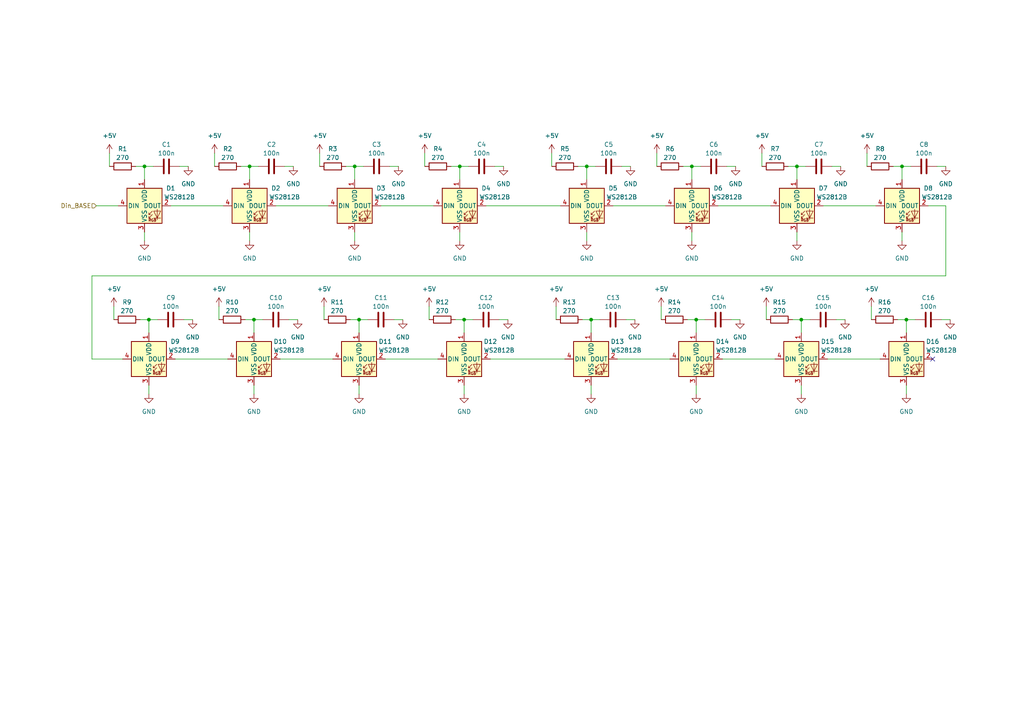
<source format=kicad_sch>
(kicad_sch (version 20211123) (generator eeschema)
  (paper "A4")
  (lib_symbols
    (symbol "Device:C" (pin_numbers hide) (pin_names (offset 0.254))
      (property "Reference" "C" (at 0.635 2.54 0))
      (property "Value" "C" (at 0.635 -2.54 0))
      (symbol "C_0_1"
        (polyline (pts (xy -2.032 -0.762) (xy 2.032 -0.762)) (stroke (width 0.508)))
        (polyline (pts (xy -2.032 0.762) (xy 2.032 0.762)) (stroke (width 0.508)))
      )
      (symbol "C_1_1"
        (pin passive line (at 0 3.81 270) (length 2.794) (name "~") (number "1"))
        (pin passive line (at 0 -3.81 90) (length 2.794) (name "~") (number "2"))
      )
    )
    (symbol "Device:R" (pin_numbers hide) (pin_names (offset 0))
      (property "Reference" "R" (at 2.032 0 90))
      (property "Value" "R" (at 0 0 90))
      (symbol "R_0_1"
        (rectangle (start -1.016 -2.54) (end 1.016 2.54) (stroke (width 0.254)))
      )
      (symbol "R_1_1"
        (pin passive line (at 0 3.81 270) (length 1.27) (name "~") (number "1"))
        (pin passive line (at 0 -3.81 90) (length 1.27) (name "~") (number "2"))
      )
    )
    (symbol "LED:WS2812B" (pin_names (offset 0.254))
      (property "Reference" "D" (at 5.08 5.715 0))
      (property "Value" "WS2812B" (at 1.27 -5.715 0))
      (symbol "WS2812B_0_0"
        (text "RGB" (at 2.286 -4.191 0) (effects (font (size 0.762 0.762))))
      )
      (symbol "WS2812B_0_1"
        (polyline (pts (xy 1.27 -3.556) (xy 1.778 -3.556)))
        (polyline (pts (xy 1.27 -2.54) (xy 1.778 -2.54)))
        (polyline (pts (xy 4.699 -3.556) (xy 2.667 -3.556)))
        (polyline (pts (xy 2.286 -2.54) (xy 1.27 -3.556) (xy 1.27 -3.048)))
        (polyline (pts (xy 2.286 -1.524) (xy 1.27 -2.54) (xy 1.27 -2.032)))
        (polyline (pts (xy 3.683 -1.016) (xy 3.683 -3.556) (xy 3.683 -4.064)))
        (polyline (pts (xy 4.699 -1.524) (xy 2.667 -1.524) (xy 3.683 -3.556) (xy 4.699 -1.524)))
        (rectangle (start 5.08 5.08) (end -5.08 -5.08) (stroke (width 0.254)) (fill (type background)))
      )
      (symbol "WS2812B_1_1"
        (pin power_in line (at 0 7.62 270) (length 2.54) (name "VDD") (number "1"))
        (pin output line (at 7.62 0 180) (length 2.54) (name "DOUT") (number "2"))
        (pin power_in line (at 0 -7.62 90) (length 2.54) (name "VSS") (number "3"))
        (pin input line (at -7.62 0 0) (length 2.54) (name "DIN") (number "4"))
      )
    )
    (symbol "power:+5V" (power) (pin_names (offset 0))
      (property "Value" "+5V" (at 0 3.556 0))
      (symbol "+5V_0_1"
        (polyline (pts (xy -0.762 1.27) (xy 0 2.54)))
        (polyline (pts (xy 0 0) (xy 0 2.54)))
        (polyline (pts (xy 0 2.54) (xy 0.762 1.27)))
      )
      (symbol "+5V_1_1"
        (pin power_in line (at 0 0 90) (length 0) hide (name "+5V") (number "1"))
      )
    )
    (symbol "power:GND" (power) (pin_names (offset 0))
      (property "Value" "GND" (at 0 -3.81 0))
      (symbol "GND_0_1"
        (polyline (pts (xy 0 0) (xy 0 -1.27) (xy 1.27 -1.27) (xy 0 -2.54) (xy -1.27 -1.27) (xy 0 -1.27)))
      )
      (symbol "GND_1_1"
        (pin power_in line (at 0 0 270) (length 0) hide (name "GND") (number "1"))
      )
    )
  )
  (junction (at 262.89 92.71))
  (junction (at 72.39 48.26))
  (junction (at 134.62 92.71))
  (junction (at 170.18 48.26))
  (junction (at 261.62 48.26))
  (junction (at 171.45 92.71))
  (junction (at 41.91 48.26))
  (junction (at 73.66 92.71))
  (junction (at 200.66 48.26))
  (junction (at 201.93 92.71))
  (junction (at 104.14 92.71))
  (junction (at 232.41 92.71))
  (junction (at 133.35 48.26))
  (junction (at 102.87 48.26))
  (junction (at 43.18 92.71))
  (junction (at 231.14 48.26))
  (no_connect (at 270.51 104.14))
  (wire (pts (xy 102.87 67.31) (xy 102.87 69.85)))
  (wire (pts (xy 210.82 48.26) (xy 213.36 48.26)))
  (wire (pts (xy 26.67 80.01) (xy 26.67 104.14)))
  (wire (pts (xy 168.91 92.71) (xy 171.45 92.71)))
  (wire (pts (xy 81.28 104.14) (xy 96.52 104.14)))
  (wire (pts (xy 73.66 92.71) (xy 73.66 96.52)))
  (wire (pts (xy 132.08 92.71) (xy 134.62 92.71)))
  (wire (pts (xy 144.78 92.71) (xy 147.32 92.71)))
  (wire (pts (xy 170.18 67.31) (xy 170.18 69.85)))
  (wire (pts (xy 82.55 48.26) (xy 85.09 48.26)))
  (wire (pts (xy 231.14 48.26) (xy 233.68 48.26)))
  (wire (pts (xy 134.62 111.76) (xy 134.62 114.3)))
  (wire (pts (xy 200.66 48.26) (xy 203.2 48.26)))
  (wire (pts (xy 41.91 67.31) (xy 41.91 69.85)))
  (wire (pts (xy 242.57 92.71) (xy 245.11 92.71)))
  (wire (pts (xy 252.73 88.9) (xy 252.73 92.71)))
  (wire (pts (xy 41.91 48.26) (xy 44.45 48.26)))
  (wire (pts (xy 190.5 44.45) (xy 190.5 48.26)))
  (wire (pts (xy 232.41 111.76) (xy 232.41 114.3)))
  (wire (pts (xy 181.61 92.71) (xy 184.15 92.71)))
  (wire (pts (xy 231.14 67.31) (xy 231.14 69.85)))
  (wire (pts (xy 241.3 48.26) (xy 243.84 48.26)))
  (wire (pts (xy 199.39 92.71) (xy 201.93 92.71)))
  (wire (pts (xy 43.18 111.76) (xy 43.18 114.3)))
  (wire (pts (xy 104.14 111.76) (xy 104.14 114.3)))
  (wire (pts (xy 200.66 48.26) (xy 200.66 52.07)))
  (wire (pts (xy 80.01 59.69) (xy 95.25 59.69)))
  (wire (pts (xy 43.18 92.71) (xy 43.18 96.52)))
  (wire (pts (xy 41.91 48.26) (xy 41.91 52.07)))
  (wire (pts (xy 167.64 48.26) (xy 170.18 48.26)))
  (wire (pts (xy 72.39 48.26) (xy 72.39 52.07)))
  (wire (pts (xy 171.45 111.76) (xy 171.45 114.3)))
  (wire (pts (xy 232.41 92.71) (xy 232.41 96.52)))
  (wire (pts (xy 240.03 104.14) (xy 255.27 104.14)))
  (wire (pts (xy 31.75 44.45) (xy 31.75 48.26)))
  (wire (pts (xy 251.46 44.45) (xy 251.46 48.26)))
  (wire (pts (xy 71.12 92.71) (xy 73.66 92.71)))
  (wire (pts (xy 26.67 104.14) (xy 35.56 104.14)))
  (wire (pts (xy 201.93 111.76) (xy 201.93 114.3)))
  (wire (pts (xy 73.66 111.76) (xy 73.66 114.3)))
  (wire (pts (xy 238.76 59.69) (xy 254 59.69)))
  (wire (pts (xy 72.39 67.31) (xy 72.39 69.85)))
  (wire (pts (xy 260.35 92.71) (xy 262.89 92.71)))
  (wire (pts (xy 142.24 104.14) (xy 163.83 104.14)))
  (wire (pts (xy 62.23 44.45) (xy 62.23 48.26)))
  (wire (pts (xy 83.82 92.71) (xy 86.36 92.71)))
  (wire (pts (xy 170.18 48.26) (xy 170.18 52.07)))
  (wire (pts (xy 100.33 48.26) (xy 102.87 48.26)))
  (wire (pts (xy 212.09 92.71) (xy 214.63 92.71)))
  (wire (pts (xy 231.14 48.26) (xy 231.14 52.07)))
  (wire (pts (xy 161.29 88.9) (xy 161.29 92.71)))
  (wire (pts (xy 171.45 92.71) (xy 173.99 92.71)))
  (wire (pts (xy 143.51 48.26) (xy 146.05 48.26)))
  (wire (pts (xy 259.08 48.26) (xy 261.62 48.26)))
  (wire (pts (xy 53.34 92.71) (xy 55.88 92.71)))
  (wire (pts (xy 72.39 48.26) (xy 74.93 48.26)))
  (wire (pts (xy 133.35 48.26) (xy 133.35 52.07)))
  (wire (pts (xy 271.78 48.26) (xy 274.32 48.26)))
  (wire (pts (xy 228.6 48.26) (xy 231.14 48.26)))
  (wire (pts (xy 111.76 104.14) (xy 127 104.14)))
  (wire (pts (xy 220.98 44.45) (xy 220.98 48.26)))
  (wire (pts (xy 274.32 59.69) (xy 274.32 80.01)))
  (wire (pts (xy 69.85 48.26) (xy 72.39 48.26)))
  (wire (pts (xy 222.25 88.9) (xy 222.25 92.71)))
  (wire (pts (xy 124.46 88.9) (xy 124.46 92.71)))
  (wire (pts (xy 229.87 92.71) (xy 232.41 92.71)))
  (wire (pts (xy 134.62 92.71) (xy 137.16 92.71)))
  (wire (pts (xy 102.87 48.26) (xy 102.87 52.07)))
  (wire (pts (xy 104.14 92.71) (xy 104.14 96.52)))
  (wire (pts (xy 39.37 48.26) (xy 41.91 48.26)))
  (wire (pts (xy 273.05 92.71) (xy 275.59 92.71)))
  (wire (pts (xy 130.81 48.26) (xy 133.35 48.26)))
  (wire (pts (xy 63.5 88.9) (xy 63.5 92.71)))
  (wire (pts (xy 160.02 44.45) (xy 160.02 48.26)))
  (wire (pts (xy 180.34 48.26) (xy 182.88 48.26)))
  (wire (pts (xy 52.07 48.26) (xy 54.61 48.26)))
  (wire (pts (xy 261.62 67.31) (xy 261.62 69.85)))
  (wire (pts (xy 134.62 92.71) (xy 134.62 96.52)))
  (wire (pts (xy 261.62 48.26) (xy 261.62 52.07)))
  (wire (pts (xy 140.97 59.69) (xy 162.56 59.69)))
  (wire (pts (xy 27.94 59.69) (xy 34.29 59.69)))
  (wire (pts (xy 232.41 92.71) (xy 234.95 92.71)))
  (wire (pts (xy 101.6 92.71) (xy 104.14 92.71)))
  (wire (pts (xy 209.55 104.14) (xy 224.79 104.14)))
  (wire (pts (xy 93.98 88.9) (xy 93.98 92.71)))
  (wire (pts (xy 179.07 104.14) (xy 194.31 104.14)))
  (wire (pts (xy 102.87 48.26) (xy 105.41 48.26)))
  (wire (pts (xy 114.3 92.71) (xy 116.84 92.71)))
  (wire (pts (xy 200.66 67.31) (xy 200.66 69.85)))
  (wire (pts (xy 133.35 48.26) (xy 135.89 48.26)))
  (wire (pts (xy 274.32 80.01) (xy 26.67 80.01)))
  (wire (pts (xy 261.62 48.26) (xy 264.16 48.26)))
  (wire (pts (xy 33.02 88.9) (xy 33.02 92.71)))
  (wire (pts (xy 133.35 67.31) (xy 133.35 69.85)))
  (wire (pts (xy 198.12 48.26) (xy 200.66 48.26)))
  (wire (pts (xy 191.77 88.9) (xy 191.77 92.71)))
  (wire (pts (xy 262.89 92.71) (xy 262.89 96.52)))
  (wire (pts (xy 201.93 92.71) (xy 201.93 96.52)))
  (wire (pts (xy 177.8 59.69) (xy 193.04 59.69)))
  (wire (pts (xy 123.19 44.45) (xy 123.19 48.26)))
  (wire (pts (xy 92.71 44.45) (xy 92.71 48.26)))
  (wire (pts (xy 40.64 92.71) (xy 43.18 92.71)))
  (wire (pts (xy 171.45 92.71) (xy 171.45 96.52)))
  (wire (pts (xy 208.28 59.69) (xy 223.52 59.69)))
  (wire (pts (xy 104.14 92.71) (xy 106.68 92.71)))
  (wire (pts (xy 201.93 92.71) (xy 204.47 92.71)))
  (wire (pts (xy 110.49 59.69) (xy 125.73 59.69)))
  (wire (pts (xy 43.18 92.71) (xy 45.72 92.71)))
  (wire (pts (xy 262.89 92.71) (xy 265.43 92.71)))
  (wire (pts (xy 170.18 48.26) (xy 172.72 48.26)))
  (wire (pts (xy 269.24 59.69) (xy 274.32 59.69)))
  (wire (pts (xy 262.89 111.76) (xy 262.89 114.3)))
  (wire (pts (xy 113.03 48.26) (xy 115.57 48.26)))
  (wire (pts (xy 49.53 59.69) (xy 64.77 59.69)))
  (wire (pts (xy 73.66 92.71) (xy 76.2 92.71)))
  (wire (pts (xy 50.8 104.14) (xy 66.04 104.14)))
  (hierarchical_label "Din_BASE" (shape input) (at 27.94 59.69 180))
  (symbol (lib_id "power:GND") (at 214.63 92.71 0) (unit 1)
    (property "Reference" "#PWR0114" (effects hide))
    (property "Value" "GND" (at 214.63 97.79 0))
  )
  (symbol (lib_id "power:GND") (at 231.14 69.85 0) (unit 1)
    (property "Reference" "#PWR0107" (effects hide))
    (property "Value" "GND" (at 231.14 74.93 0))
  )
  (symbol (lib_id "Device:R") (at 194.31 48.26 90) (unit 1)
    (property "Reference" "R6" (at 194.31 43.18 90))
    (property "Value" "270" (at 194.31 45.72 90))
    (property "Footprint" "Resistor_SMD:R_0805_2012Metric" (effects hide))
  )
  (symbol (lib_id "power:GND") (at 261.62 69.85 0) (unit 1)
    (property "Reference" "#PWR0105" (effects hide))
    (property "Value" "GND" (at 261.62 74.93 0))
  )
  (symbol (lib_id "Device:C") (at 110.49 92.71 90) (unit 1)
    (property "Reference" "C11" (at 110.49 86.36 90))
    (property "Value" "100n" (at 110.49 88.9 90))
    (property "Footprint" "Capacitor_SMD:C_0805_2012Metric" (effects hide))
  )
  (symbol (lib_id "power:GND") (at 55.88 92.71 0) (unit 1)
    (property "Reference" "#PWR0142" (effects hide))
    (property "Value" "GND" (at 55.88 97.79 0))
  )
  (symbol (lib_id "power:+5V") (at 62.23 44.45 0) (unit 1)
    (property "Reference" "#PWR0102" (effects hide))
    (property "Value" "+5V" (at 62.23 39.37 0))
  )
  (symbol (lib_id "power:GND") (at 201.93 114.3 0) (unit 1)
    (property "Reference" "#PWR0120" (effects hide))
    (property "Value" "GND" (at 201.93 119.38 0))
  )
  (symbol (lib_id "power:+5V") (at 33.02 88.9 0) (unit 1)
    (property "Reference" "#PWR0143" (effects hide))
    (property "Value" "+5V" (at 33.02 83.82 0))
  )
  (symbol (lib_id "power:GND") (at 200.66 69.85 0) (unit 1)
    (property "Reference" "#PWR0117" (effects hide))
    (property "Value" "GND" (at 200.66 74.93 0))
  )
  (symbol (lib_id "LED:WS2812B") (at 171.45 104.14 0) (unit 1)
    (property "Reference" "D13" (at 179.07 99.06 0))
    (property "Value" "WS2812B" (at 181.61 101.6 0))
    (property "Footprint" "LED_SMD:LED_WS2812B_PLCC4_5.0x5.0mm_P3.2mm" (effects hide))
    (property "Datasheet" "https://cdn-shop.adafruit.com/datasheets/WS2812B.pdf" (effects hide))
  )
  (symbol (lib_id "LED:WS2812B") (at 201.93 104.14 0) (unit 1)
    (property "Reference" "D14" (at 209.55 99.06 0))
    (property "Value" "WS2812B" (at 212.09 101.6 0))
    (property "Footprint" "LED_SMD:LED_WS2812B_PLCC4_5.0x5.0mm_P3.2mm" (effects hide))
    (property "Datasheet" "https://cdn-shop.adafruit.com/datasheets/WS2812B.pdf" (effects hide))
  )
  (symbol (lib_id "LED:WS2812B") (at 133.35 59.69 0) (unit 1)
    (property "Reference" "D4" (at 140.97 54.61 0))
    (property "Value" "WS2812B" (at 143.51 57.15 0))
    (property "Footprint" "LED_SMD:LED_WS2812B_PLCC4_5.0x5.0mm_P3.2mm" (effects hide))
    (property "Datasheet" "https://cdn-shop.adafruit.com/datasheets/WS2812B.pdf" (effects hide))
  )
  (symbol (lib_id "power:GND") (at 116.84 92.71 0) (unit 1)
    (property "Reference" "#PWR0126" (effects hide))
    (property "Value" "GND" (at 116.84 97.79 0))
  )
  (symbol (lib_id "power:GND") (at 170.18 69.85 0) (unit 1)
    (property "Reference" "#PWR0130" (effects hide))
    (property "Value" "GND" (at 170.18 74.93 0))
  )
  (symbol (lib_id "Device:C") (at 140.97 92.71 90) (unit 1)
    (property "Reference" "C12" (at 140.97 86.36 90))
    (property "Value" "100n" (at 140.97 88.9 90))
    (property "Footprint" "Capacitor_SMD:C_0805_2012Metric" (effects hide))
  )
  (symbol (lib_id "LED:WS2812B") (at 73.66 104.14 0) (unit 1)
    (property "Reference" "D10" (at 81.28 99.06 0))
    (property "Value" "WS2812B" (at 83.82 101.6 0))
    (property "Footprint" "LED_SMD:LED_WS2812B_PLCC4_5.0x5.0mm_P3.2mm" (effects hide))
    (property "Datasheet" "https://cdn-shop.adafruit.com/datasheets/WS2812B.pdf" (effects hide))
  )
  (symbol (lib_id "power:+5V") (at 252.73 88.9 0) (unit 1)
    (property "Reference" "#PWR0108" (effects hide))
    (property "Value" "+5V" (at 252.73 83.82 0))
  )
  (symbol (lib_id "Device:C") (at 208.28 92.71 90) (unit 1)
    (property "Reference" "C14" (at 208.28 86.36 90))
    (property "Value" "100n" (at 208.28 88.9 90))
    (property "Footprint" "Capacitor_SMD:C_0805_2012Metric" (effects hide))
  )
  (symbol (lib_id "Device:C") (at 80.01 92.71 90) (unit 1)
    (property "Reference" "C10" (at 80.01 86.36 90))
    (property "Value" "100n" (at 80.01 88.9 90))
    (property "Footprint" "Capacitor_SMD:C_0805_2012Metric" (effects hide))
  )
  (symbol (lib_id "Device:R") (at 163.83 48.26 90) (unit 1)
    (property "Reference" "R5" (at 163.83 43.18 90))
    (property "Value" "270" (at 163.83 45.72 90))
    (property "Footprint" "Resistor_SMD:R_0805_2012Metric" (effects hide))
  )
  (symbol (lib_id "Device:C") (at 78.74 48.26 90) (unit 1)
    (property "Reference" "C2" (at 78.74 41.91 90))
    (property "Value" "100n" (at 78.74 44.45 90))
    (property "Footprint" "Capacitor_SMD:C_0805_2012Metric" (effects hide))
  )
  (symbol (lib_id "Device:C") (at 267.97 48.26 90) (unit 1)
    (property "Reference" "C8" (at 267.97 41.91 90))
    (property "Value" "100n" (at 267.97 44.45 90))
    (property "Footprint" "Capacitor_SMD:C_0805_2012Metric" (effects hide))
  )
  (symbol (lib_id "power:+5V") (at 222.25 88.9 0) (unit 1)
    (property "Reference" "#PWR0116" (effects hide))
    (property "Value" "+5V" (at 222.25 83.82 0))
  )
  (symbol (lib_id "power:+5V") (at 190.5 44.45 0) (unit 1)
    (property "Reference" "#PWR0123" (effects hide))
    (property "Value" "+5V" (at 190.5 39.37 0))
  )
  (symbol (lib_id "power:GND") (at 72.39 69.85 0) (unit 1)
    (property "Reference" "#PWR0144" (effects hide))
    (property "Value" "GND" (at 72.39 74.93 0))
  )
  (symbol (lib_id "Device:R") (at 35.56 48.26 90) (unit 1)
    (property "Reference" "R1" (at 35.56 43.18 90))
    (property "Value" "270" (at 35.56 45.72 90))
    (property "Footprint" "Resistor_SMD:R_0805_2012Metric" (effects hide))
  )
  (symbol (lib_id "power:GND") (at 133.35 69.85 0) (unit 1)
    (property "Reference" "#PWR0134" (effects hide))
    (property "Value" "GND" (at 133.35 74.93 0))
  )
  (symbol (lib_id "power:+5V") (at 123.19 44.45 0) (unit 1)
    (property "Reference" "#PWR0135" (effects hide))
    (property "Value" "+5V" (at 123.19 39.37 0))
  )
  (symbol (lib_id "power:+5V") (at 160.02 44.45 0) (unit 1)
    (property "Reference" "#PWR0133" (effects hide))
    (property "Value" "+5V" (at 160.02 39.37 0))
  )
  (symbol (lib_id "Device:C") (at 48.26 48.26 90) (unit 1)
    (property "Reference" "C1" (at 48.26 41.91 90))
    (property "Value" "100n" (at 48.26 44.45 90))
    (property "Footprint" "Capacitor_SMD:C_0805_2012Metric" (effects hide))
  )
  (symbol (lib_id "power:GND") (at 274.32 48.26 0) (unit 1)
    (property "Reference" "#PWR0111" (effects hide))
    (property "Value" "GND" (at 274.32 53.34 0))
  )
  (symbol (lib_id "Device:R") (at 165.1 92.71 90) (unit 1)
    (property "Reference" "R13" (at 165.1 87.63 90))
    (property "Value" "270" (at 165.1 90.17 90))
    (property "Footprint" "Resistor_SMD:R_0805_2012Metric" (effects hide))
  )
  (symbol (lib_id "LED:WS2812B") (at 261.62 59.69 0) (unit 1)
    (property "Reference" "D8" (at 269.24 54.61 0))
    (property "Value" "WS2812B" (at 271.78 57.15 0))
    (property "Footprint" "LED_SMD:LED_WS2812B_PLCC4_5.0x5.0mm_P3.2mm" (effects hide))
    (property "Datasheet" "https://cdn-shop.adafruit.com/datasheets/WS2812B.pdf" (effects hide))
  )
  (symbol (lib_id "power:+5V") (at 251.46 44.45 0) (unit 1)
    (property "Reference" "#PWR0110" (effects hide))
    (property "Value" "+5V" (at 251.46 39.37 0))
  )
  (symbol (lib_id "LED:WS2812B") (at 72.39 59.69 0) (unit 1)
    (property "Reference" "D2" (at 80.01 54.61 0))
    (property "Value" "WS2812B" (at 82.55 57.15 0))
    (property "Footprint" "LED_SMD:LED_WS2812B_PLCC4_5.0x5.0mm_P3.2mm" (effects hide))
    (property "Datasheet" "https://cdn-shop.adafruit.com/datasheets/WS2812B.pdf" (effects hide))
  )
  (symbol (lib_id "power:GND") (at 85.09 48.26 0) (unit 1)
    (property "Reference" "#PWR0104" (effects hide))
    (property "Value" "GND" (at 85.09 53.34 0))
  )
  (symbol (lib_id "Device:R") (at 127 48.26 90) (unit 1)
    (property "Reference" "R4" (at 127 43.18 90))
    (property "Value" "270" (at 127 45.72 90))
    (property "Footprint" "Resistor_SMD:R_0805_2012Metric" (effects hide))
  )
  (symbol (lib_id "power:+5V") (at 124.46 88.9 0) (unit 1)
    (property "Reference" "#PWR0125" (effects hide))
    (property "Value" "+5V" (at 124.46 83.82 0))
  )
  (symbol (lib_id "Device:C") (at 207.01 48.26 90) (unit 1)
    (property "Reference" "C6" (at 207.01 41.91 90))
    (property "Value" "100n" (at 207.01 44.45 90))
    (property "Footprint" "Capacitor_SMD:C_0805_2012Metric" (effects hide))
  )
  (symbol (lib_id "power:+5V") (at 31.75 44.45 0) (unit 1)
    (property "Reference" "#PWR0103" (effects hide))
    (property "Value" "+5V" (at 31.75 39.37 0))
  )
  (symbol (lib_id "Device:R") (at 97.79 92.71 90) (unit 1)
    (property "Reference" "R11" (at 97.79 87.63 90))
    (property "Value" "270" (at 97.79 90.17 90))
    (property "Footprint" "Resistor_SMD:R_0805_2012Metric" (effects hide))
  )
  (symbol (lib_id "power:+5V") (at 191.77 88.9 0) (unit 1)
    (property "Reference" "#PWR0118" (effects hide))
    (property "Value" "+5V" (at 191.77 83.82 0))
  )
  (symbol (lib_id "Device:R") (at 128.27 92.71 90) (unit 1)
    (property "Reference" "R12" (at 128.27 87.63 90))
    (property "Value" "270" (at 128.27 90.17 90))
    (property "Footprint" "Resistor_SMD:R_0805_2012Metric" (effects hide))
  )
  (symbol (lib_id "Device:C") (at 109.22 48.26 90) (unit 1)
    (property "Reference" "C3" (at 109.22 41.91 90))
    (property "Value" "100n" (at 109.22 44.45 90))
    (property "Footprint" "Capacitor_SMD:C_0805_2012Metric" (effects hide))
  )
  (symbol (lib_id "Device:R") (at 255.27 48.26 90) (unit 1)
    (property "Reference" "R8" (at 255.27 43.18 90))
    (property "Value" "270" (at 255.27 45.72 90))
    (property "Footprint" "Resistor_SMD:R_0805_2012Metric" (effects hide))
  )
  (symbol (lib_id "Device:R") (at 96.52 48.26 90) (unit 1)
    (property "Reference" "R3" (at 96.52 43.18 90))
    (property "Value" "270" (at 96.52 45.72 90))
    (property "Footprint" "Resistor_SMD:R_0805_2012Metric" (effects hide))
  )
  (symbol (lib_id "power:GND") (at 182.88 48.26 0) (unit 1)
    (property "Reference" "#PWR0122" (effects hide))
    (property "Value" "GND" (at 182.88 53.34 0))
  )
  (symbol (lib_id "power:+5V") (at 220.98 44.45 0) (unit 1)
    (property "Reference" "#PWR0113" (effects hide))
    (property "Value" "+5V" (at 220.98 39.37 0))
  )
  (symbol (lib_id "power:GND") (at 134.62 114.3 0) (unit 1)
    (property "Reference" "#PWR0127" (effects hide))
    (property "Value" "GND" (at 134.62 119.38 0))
  )
  (symbol (lib_id "LED:WS2812B") (at 41.91 59.69 0) (unit 1)
    (property "Reference" "D1" (at 49.53 54.61 0))
    (property "Value" "WS2812B" (at 52.07 57.15 0))
    (property "Footprint" "LED_SMD:LED_WS2812B_PLCC4_5.0x5.0mm_P3.2mm" (effects hide))
    (property "Datasheet" "https://cdn-shop.adafruit.com/datasheets/WS2812B.pdf" (effects hide))
  )
  (symbol (lib_id "power:GND") (at 243.84 48.26 0) (unit 1)
    (property "Reference" "#PWR0112" (effects hide))
    (property "Value" "GND" (at 243.84 53.34 0))
  )
  (symbol (lib_id "Device:R") (at 66.04 48.26 90) (unit 1)
    (property "Reference" "R2" (at 66.04 43.18 90))
    (property "Value" "270" (at 66.04 45.72 90))
    (property "Footprint" "Resistor_SMD:R_0805_2012Metric" (effects hide))
  )
  (symbol (lib_id "power:+5V") (at 92.71 44.45 0) (unit 1)
    (property "Reference" "#PWR0101" (effects hide))
    (property "Value" "+5V" (at 92.71 39.37 0))
  )
  (symbol (lib_id "LED:WS2812B") (at 102.87 59.69 0) (unit 1)
    (property "Reference" "D3" (at 110.49 54.61 0))
    (property "Value" "WS2812B" (at 113.03 57.15 0))
    (property "Footprint" "LED_SMD:LED_WS2812B_PLCC4_5.0x5.0mm_P3.2mm" (effects hide))
    (property "Datasheet" "https://cdn-shop.adafruit.com/datasheets/WS2812B.pdf" (effects hide))
  )
  (symbol (lib_id "Device:C") (at 49.53 92.71 90) (unit 1)
    (property "Reference" "C9" (at 49.53 86.36 90))
    (property "Value" "100n" (at 49.53 88.9 90))
    (property "Footprint" "Capacitor_SMD:C_0805_2012Metric" (effects hide))
  )
  (symbol (lib_id "Device:R") (at 67.31 92.71 90) (unit 1)
    (property "Reference" "R10" (at 67.31 87.63 90))
    (property "Value" "270" (at 67.31 90.17 90))
    (property "Footprint" "Resistor_SMD:R_0805_2012Metric" (effects hide))
  )
  (symbol (lib_id "Device:C") (at 139.7 48.26 90) (unit 1)
    (property "Reference" "C4" (at 139.7 41.91 90))
    (property "Value" "100n" (at 139.7 44.45 90))
    (property "Footprint" "Capacitor_SMD:C_0805_2012Metric" (effects hide))
  )
  (symbol (lib_id "Device:C") (at 177.8 92.71 90) (unit 1)
    (property "Reference" "C13" (at 177.8 86.36 90))
    (property "Value" "100n" (at 177.8 88.9 90))
    (property "Footprint" "Capacitor_SMD:C_0805_2012Metric" (effects hide))
  )
  (symbol (lib_id "power:+5V") (at 93.98 88.9 0) (unit 1)
    (property "Reference" "#PWR0140" (effects hide))
    (property "Value" "+5V" (at 93.98 83.82 0))
  )
  (symbol (lib_id "LED:WS2812B") (at 200.66 59.69 0) (unit 1)
    (property "Reference" "D6" (at 208.28 54.61 0))
    (property "Value" "WS2812B" (at 210.82 57.15 0))
    (property "Footprint" "LED_SMD:LED_WS2812B_PLCC4_5.0x5.0mm_P3.2mm" (effects hide))
    (property "Datasheet" "https://cdn-shop.adafruit.com/datasheets/WS2812B.pdf" (effects hide))
  )
  (symbol (lib_id "power:GND") (at 54.61 48.26 0) (unit 1)
    (property "Reference" "#PWR0147" (effects hide))
    (property "Value" "GND" (at 54.61 53.34 0))
  )
  (symbol (lib_id "Device:C") (at 237.49 48.26 90) (unit 1)
    (property "Reference" "C7" (at 237.49 41.91 90))
    (property "Value" "100n" (at 237.49 44.45 90))
    (property "Footprint" "Capacitor_SMD:C_0805_2012Metric" (effects hide))
  )
  (symbol (lib_id "power:GND") (at 171.45 114.3 0) (unit 1)
    (property "Reference" "#PWR0131" (effects hide))
    (property "Value" "GND" (at 171.45 119.38 0))
  )
  (symbol (lib_id "LED:WS2812B") (at 231.14 59.69 0) (unit 1)
    (property "Reference" "D7" (at 238.76 54.61 0))
    (property "Value" "WS2812B" (at 241.3 57.15 0))
    (property "Footprint" "LED_SMD:LED_WS2812B_PLCC4_5.0x5.0mm_P3.2mm" (effects hide))
    (property "Datasheet" "https://cdn-shop.adafruit.com/datasheets/WS2812B.pdf" (effects hide))
  )
  (symbol (lib_id "power:GND") (at 245.11 92.71 0) (unit 1)
    (property "Reference" "#PWR0109" (effects hide))
    (property "Value" "GND" (at 245.11 97.79 0))
  )
  (symbol (lib_id "LED:WS2812B") (at 262.89 104.14 0) (unit 1)
    (property "Reference" "D16" (at 270.51 99.06 0))
    (property "Value" "WS2812B" (at 273.05 101.6 0))
    (property "Footprint" "LED_SMD:LED_WS2812B_PLCC4_5.0x5.0mm_P3.2mm" (effects hide))
    (property "Datasheet" "https://cdn-shop.adafruit.com/datasheets/WS2812B.pdf" (effects hide))
  )
  (symbol (lib_id "power:+5V") (at 63.5 88.9 0) (unit 1)
    (property "Reference" "#PWR0141" (effects hide))
    (property "Value" "+5V" (at 63.5 83.82 0))
  )
  (symbol (lib_id "power:GND") (at 262.89 114.3 0) (unit 1)
    (property "Reference" "#PWR0119" (effects hide))
    (property "Value" "GND" (at 262.89 119.38 0))
  )
  (symbol (lib_id "power:GND") (at 73.66 114.3 0) (unit 1)
    (property "Reference" "#PWR0136" (effects hide))
    (property "Value" "GND" (at 73.66 119.38 0))
  )
  (symbol (lib_id "power:GND") (at 43.18 114.3 0) (unit 1)
    (property "Reference" "#PWR0139" (effects hide))
    (property "Value" "GND" (at 43.18 119.38 0))
  )
  (symbol (lib_id "power:GND") (at 102.87 69.85 0) (unit 1)
    (property "Reference" "#PWR0145" (effects hide))
    (property "Value" "GND" (at 102.87 74.93 0))
  )
  (symbol (lib_id "power:GND") (at 146.05 48.26 0) (unit 1)
    (property "Reference" "#PWR0132" (effects hide))
    (property "Value" "GND" (at 146.05 53.34 0))
  )
  (symbol (lib_id "LED:WS2812B") (at 170.18 59.69 0) (unit 1)
    (property "Reference" "D5" (at 177.8 54.61 0))
    (property "Value" "WS2812B" (at 180.34 57.15 0))
    (property "Footprint" "LED_SMD:LED_WS2812B_PLCC4_5.0x5.0mm_P3.2mm" (effects hide))
    (property "Datasheet" "https://cdn-shop.adafruit.com/datasheets/WS2812B.pdf" (effects hide))
  )
  (symbol (lib_id "power:GND") (at 41.91 69.85 0) (unit 1)
    (property "Reference" "#PWR0146" (effects hide))
    (property "Value" "GND" (at 41.91 74.93 0))
  )
  (symbol (lib_id "Device:C") (at 176.53 48.26 90) (unit 1)
    (property "Reference" "C5" (at 176.53 41.91 90))
    (property "Value" "100n" (at 176.53 44.45 90))
    (property "Footprint" "Capacitor_SMD:C_0805_2012Metric" (effects hide))
  )
  (symbol (lib_id "Device:R") (at 36.83 92.71 90) (unit 1)
    (property "Reference" "R9" (at 36.83 87.63 90))
    (property "Value" "270" (at 36.83 90.17 90))
    (property "Footprint" "Resistor_SMD:R_0805_2012Metric" (effects hide))
  )
  (symbol (lib_id "Device:C") (at 269.24 92.71 90) (unit 1)
    (property "Reference" "C16" (at 269.24 86.36 90))
    (property "Value" "100n" (at 269.24 88.9 90))
    (property "Footprint" "Capacitor_SMD:C_0805_2012Metric" (effects hide))
  )
  (symbol (lib_id "Device:R") (at 226.06 92.71 90) (unit 1)
    (property "Reference" "R15" (at 226.06 87.63 90))
    (property "Value" "270" (at 226.06 90.17 90))
    (property "Footprint" "Resistor_SMD:R_0805_2012Metric" (effects hide))
  )
  (symbol (lib_id "Device:C") (at 238.76 92.71 90) (unit 1)
    (property "Reference" "C15" (at 238.76 86.36 90))
    (property "Value" "100n" (at 238.76 88.9 90))
    (property "Footprint" "Capacitor_SMD:C_0805_2012Metric" (effects hide))
  )
  (symbol (lib_id "power:+5V") (at 161.29 88.9 0) (unit 1)
    (property "Reference" "#PWR0129" (effects hide))
    (property "Value" "+5V" (at 161.29 83.82 0))
  )
  (symbol (lib_id "Device:R") (at 256.54 92.71 90) (unit 1)
    (property "Reference" "R16" (at 256.54 87.63 90))
    (property "Value" "270" (at 256.54 90.17 90))
    (property "Footprint" "Resistor_SMD:R_0805_2012Metric" (effects hide))
  )
  (symbol (lib_id "power:GND") (at 147.32 92.71 0) (unit 1)
    (property "Reference" "#PWR0128" (effects hide))
    (property "Value" "GND" (at 147.32 97.79 0))
  )
  (symbol (lib_id "LED:WS2812B") (at 104.14 104.14 0) (unit 1)
    (property "Reference" "D11" (at 111.76 99.06 0))
    (property "Value" "WS2812B" (at 114.3 101.6 0))
    (property "Footprint" "LED_SMD:LED_WS2812B_PLCC4_5.0x5.0mm_P3.2mm" (effects hide))
    (property "Datasheet" "https://cdn-shop.adafruit.com/datasheets/WS2812B.pdf" (effects hide))
  )
  (symbol (lib_id "power:GND") (at 232.41 114.3 0) (unit 1)
    (property "Reference" "#PWR0121" (effects hide))
    (property "Value" "GND" (at 232.41 119.38 0))
  )
  (symbol (lib_id "Device:R") (at 195.58 92.71 90) (unit 1)
    (property "Reference" "R14" (at 195.58 87.63 90))
    (property "Value" "270" (at 195.58 90.17 90))
    (property "Footprint" "Resistor_SMD:R_0805_2012Metric" (effects hide))
  )
  (symbol (lib_id "power:GND") (at 115.57 48.26 0) (unit 1)
    (property "Reference" "#PWR0148" (effects hide))
    (property "Value" "GND" (at 115.57 53.34 0))
  )
  (symbol (lib_id "Device:R") (at 224.79 48.26 90) (unit 1)
    (property "Reference" "R7" (at 224.79 43.18 90))
    (property "Value" "270" (at 224.79 45.72 90))
    (property "Footprint" "Resistor_SMD:R_0805_2012Metric" (effects hide))
  )
  (symbol (lib_id "LED:WS2812B") (at 232.41 104.14 0) (unit 1)
    (property "Reference" "D15" (at 240.03 99.06 0))
    (property "Value" "WS2812B" (at 242.57 101.6 0))
    (property "Footprint" "LED_SMD:LED_WS2812B_PLCC4_5.0x5.0mm_P3.2mm" (effects hide))
    (property "Datasheet" "https://cdn-shop.adafruit.com/datasheets/WS2812B.pdf" (effects hide))
  )
  (symbol (lib_id "LED:WS2812B") (at 43.18 104.14 0) (unit 1)
    (property "Reference" "D9" (at 50.8 99.06 0))
    (property "Value" "WS2812B" (at 53.34 101.6 0))
    (property "Footprint" "LED_SMD:LED_WS2812B_PLCC4_5.0x5.0mm_P3.2mm" (effects hide))
    (property "Datasheet" "https://cdn-shop.adafruit.com/datasheets/WS2812B.pdf" (effects hide))
  )
  (symbol (lib_id "power:GND") (at 86.36 92.71 0) (unit 1)
    (property "Reference" "#PWR0138" (effects hide))
    (property "Value" "GND" (at 86.36 97.79 0))
  )
  (symbol (lib_id "power:GND") (at 213.36 48.26 0) (unit 1)
    (property "Reference" "#PWR0124" (effects hide))
    (property "Value" "GND" (at 213.36 53.34 0))
  )
  (symbol (lib_id "power:GND") (at 104.14 114.3 0) (unit 1)
    (property "Reference" "#PWR0137" (effects hide))
    (property "Value" "GND" (at 104.14 119.38 0))
  )
  (symbol (lib_id "power:GND") (at 184.15 92.71 0) (unit 1)
    (property "Reference" "#PWR0115" (effects hide))
    (property "Value" "GND" (at 184.15 97.79 0))
  )
  (symbol (lib_id "LED:WS2812B") (at 134.62 104.14 0) (unit 1)
    (property "Reference" "D12" (at 142.24 99.06 0))
    (property "Value" "WS2812B" (at 144.78 101.6 0))
    (property "Footprint" "LED_SMD:LED_WS2812B_PLCC4_5.0x5.0mm_P3.2mm" (effects hide))
    (property "Datasheet" "https://cdn-shop.adafruit.com/datasheets/WS2812B.pdf" (effects hide))
  )
  (symbol (lib_id "power:GND") (at 275.59 92.71 0) (unit 1)
    (property "Reference" "#PWR0106" (effects hide))
    (property "Value" "GND" (at 275.59 97.79 0))
  )
)
</source>
